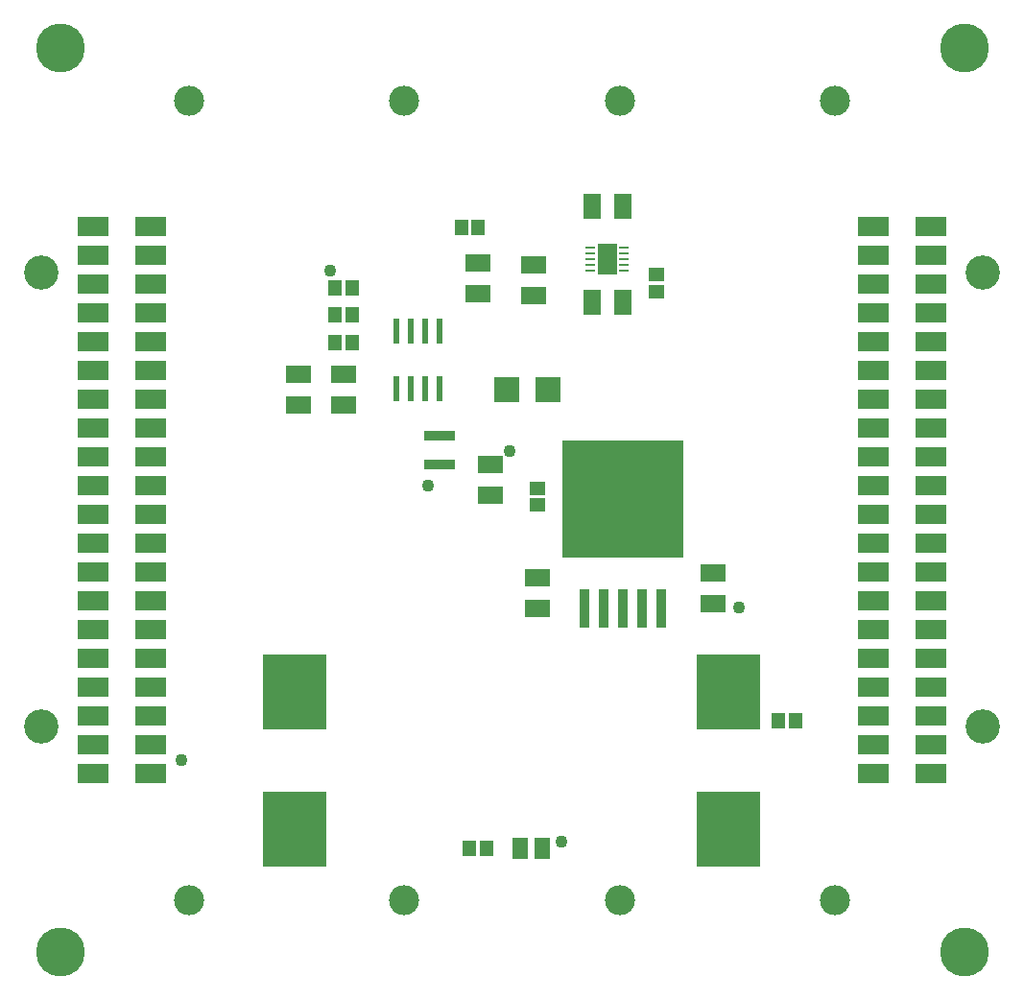
<source format=gbs>
G04*
G04 #@! TF.GenerationSoftware,Altium Limited,Altium Designer,22.9.1 (49)*
G04*
G04 Layer_Color=16711935*
%FSLAX25Y25*%
%MOIN*%
G70*
G04*
G04 #@! TF.SameCoordinates,5559CDC9-6134-4E51-B498-14E690802BEE*
G04*
G04*
G04 #@! TF.FilePolarity,Negative*
G04*
G01*
G75*
%ADD13C,0.10445*%
%ADD14C,0.17000*%
%ADD15C,0.11900*%
%ADD16C,0.04300*%
%ADD26R,0.02100X0.09000*%
%ADD29R,0.10600X0.03350*%
%ADD30R,0.08584X0.08701*%
%ADD31R,0.03200X0.01000*%
%ADD32R,0.42200X0.40800*%
%ADD33R,0.03800X0.13800*%
%ADD34R,0.06900X0.10630*%
%ADD35R,0.05543X0.07512*%
%ADD36R,0.04756X0.05543*%
%ADD37R,0.08693X0.06331*%
%ADD38R,0.11016X0.07000*%
%ADD39R,0.11646X0.13614*%
%ADD40R,0.05543X0.04756*%
%ADD41R,0.06331X0.08693*%
D13*
X-264803Y-38480D02*
D03*
X-40393Y-316195D02*
D03*
X-115196D02*
D03*
X-264803D02*
D03*
X-115197Y-38480D02*
D03*
X-40394D02*
D03*
X-189999Y-316195D02*
D03*
X-190000Y-38480D02*
D03*
D14*
X4385Y-334126D02*
D03*
X-309602D02*
D03*
X4385Y-20200D02*
D03*
X-309602D02*
D03*
D15*
X10823Y-255938D02*
D03*
Y-98400D02*
D03*
X-316041Y-255938D02*
D03*
X-316041Y-98400D02*
D03*
D16*
X-135385Y-295993D02*
D03*
X-181751Y-172121D02*
D03*
X-215880Y-97485D02*
D03*
X-153501Y-160337D02*
D03*
X-73801Y-214645D02*
D03*
X-267301Y-267437D02*
D03*
D26*
X-177701Y-138526D02*
D03*
X-182701D02*
D03*
X-187701D02*
D03*
X-192701D02*
D03*
Y-118726D02*
D03*
X-187701D02*
D03*
X-182701D02*
D03*
X-177701D02*
D03*
D29*
Y-154787D02*
D03*
Y-164837D02*
D03*
D30*
X-139970Y-138919D02*
D03*
X-154593D02*
D03*
D31*
X-113729Y-97485D02*
D03*
Y-95516D02*
D03*
Y-93547D02*
D03*
Y-91578D02*
D03*
Y-89609D02*
D03*
X-125329Y-97485D02*
D03*
Y-95516D02*
D03*
Y-93547D02*
D03*
Y-91578D02*
D03*
Y-89609D02*
D03*
D32*
X-114214Y-176845D02*
D03*
D33*
Y-214845D02*
D03*
X-120907D02*
D03*
X-127600D02*
D03*
X-100829D02*
D03*
X-107521D02*
D03*
D34*
X-119529Y-93547D02*
D03*
D35*
X-149887Y-298159D02*
D03*
X-142013D02*
D03*
D36*
X-161600D02*
D03*
X-167506D02*
D03*
X-60152Y-253834D02*
D03*
X-54247D02*
D03*
X-214108Y-122437D02*
D03*
X-208203D02*
D03*
X-214108Y-113038D02*
D03*
X-208203D02*
D03*
Y-103586D02*
D03*
X-170254Y-82699D02*
D03*
X-164348D02*
D03*
X-214108Y-103586D02*
D03*
D37*
X-160285Y-164837D02*
D03*
Y-175467D02*
D03*
X-226701Y-133604D02*
D03*
Y-144234D02*
D03*
X-211155Y-133604D02*
D03*
Y-144234D02*
D03*
X-82916Y-202637D02*
D03*
X-145001Y-106145D02*
D03*
X-164348Y-105555D02*
D03*
X-143706Y-214842D02*
D03*
X-164348Y-94925D02*
D03*
X-145001Y-95515D02*
D03*
X-143706Y-204212D02*
D03*
X-82916Y-213267D02*
D03*
D38*
X-7155Y-162170D02*
D03*
Y-122170D02*
D03*
Y-142170D02*
D03*
Y-152170D02*
D03*
Y-132170D02*
D03*
Y-212170D02*
D03*
Y-172170D02*
D03*
Y-182170D02*
D03*
X-27037D02*
D03*
X-7155Y-202170D02*
D03*
Y-192170D02*
D03*
X-27037Y-142170D02*
D03*
Y-152170D02*
D03*
Y-132170D02*
D03*
Y-162170D02*
D03*
Y-172170D02*
D03*
Y-192170D02*
D03*
Y-202170D02*
D03*
Y-212170D02*
D03*
X-7155Y-242170D02*
D03*
Y-222170D02*
D03*
X-27037Y-232170D02*
D03*
Y-222170D02*
D03*
X-7155Y-232170D02*
D03*
X-27037Y-252170D02*
D03*
Y-242170D02*
D03*
X-7155Y-272170D02*
D03*
Y-252170D02*
D03*
Y-262170D02*
D03*
X-27037D02*
D03*
Y-272170D02*
D03*
Y-122170D02*
D03*
X-7155Y-112170D02*
D03*
X-27037D02*
D03*
X-7155Y-102170D02*
D03*
X-27037D02*
D03*
X-7155Y-92170D02*
D03*
X-27037D02*
D03*
X-7155Y-82170D02*
D03*
X-27037D02*
D03*
X-298063D02*
D03*
X-278181D02*
D03*
X-298063Y-92170D02*
D03*
X-278181D02*
D03*
X-298063Y-102170D02*
D03*
X-278181D02*
D03*
X-298063Y-112170D02*
D03*
X-278181D02*
D03*
X-298063Y-122170D02*
D03*
X-278181Y-272170D02*
D03*
X-298063Y-262170D02*
D03*
Y-272170D02*
D03*
Y-252170D02*
D03*
Y-232170D02*
D03*
Y-242170D02*
D03*
Y-222170D02*
D03*
Y-212170D02*
D03*
X-278181Y-262170D02*
D03*
Y-252170D02*
D03*
Y-242170D02*
D03*
Y-232170D02*
D03*
Y-202170D02*
D03*
Y-222170D02*
D03*
Y-212170D02*
D03*
X-298063Y-192170D02*
D03*
Y-202170D02*
D03*
Y-162170D02*
D03*
Y-182170D02*
D03*
Y-172170D02*
D03*
Y-152170D02*
D03*
Y-142170D02*
D03*
Y-132170D02*
D03*
X-278181Y-182170D02*
D03*
Y-192170D02*
D03*
Y-172170D02*
D03*
Y-162170D02*
D03*
Y-132170D02*
D03*
Y-152170D02*
D03*
Y-142170D02*
D03*
Y-122170D02*
D03*
D39*
X-233316Y-297937D02*
D03*
X-222686D02*
D03*
X-233316Y-285338D02*
D03*
X-222686D02*
D03*
X-233316Y-250137D02*
D03*
X-222686Y-237538D02*
D03*
Y-250137D02*
D03*
X-233316Y-237538D02*
D03*
X-82756Y-250137D02*
D03*
X-72126Y-237538D02*
D03*
Y-250137D02*
D03*
X-82756Y-237538D02*
D03*
X-82916Y-297937D02*
D03*
X-72286Y-285338D02*
D03*
Y-297937D02*
D03*
X-82916Y-285338D02*
D03*
D40*
X-102601Y-99059D02*
D03*
Y-104964D02*
D03*
X-143701Y-173137D02*
D03*
Y-179043D02*
D03*
D41*
X-114214Y-75078D02*
D03*
X-124844D02*
D03*
Y-108704D02*
D03*
X-114214D02*
D03*
M02*

</source>
